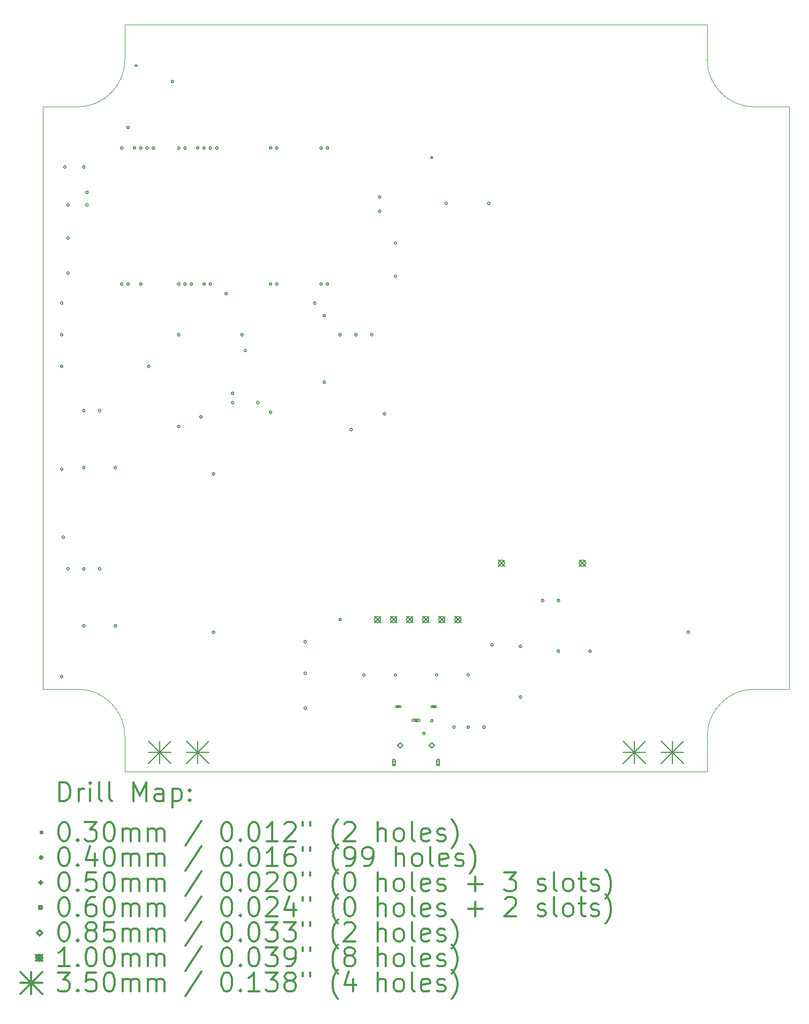
<source format=gbr>
%FSLAX45Y45*%
G04 Gerber Fmt 4.5, Leading zero omitted, Abs format (unit mm)*
G04 Created by KiCad (PCBNEW 4.0.7-e2-6376~61~ubuntu18.04.1) date Thu Aug  9 16:35:48 2018*
%MOMM*%
%LPD*%
G01*
G04 APERTURE LIST*
%ADD10C,0.127000*%
%ADD11C,0.100000*%
%ADD12C,0.200000*%
%ADD13C,0.300000*%
G04 APERTURE END LIST*
D10*
D11*
X20100000Y-2650000D02*
G75*
G03X20850000Y-3400000I750000J0D01*
G01*
X20850000Y-12600000D02*
G75*
G03X20100000Y-13350000I0J-750000D01*
G01*
X10900000Y-13350000D02*
G75*
G03X10150000Y-12600000I-750000J0D01*
G01*
X10150000Y-3400000D02*
G75*
G03X10900000Y-2650000I0J750000D01*
G01*
X20100000Y-13350000D02*
X20100000Y-13900000D01*
X21400000Y-12600000D02*
X20850000Y-12600000D01*
X21400000Y-3400000D02*
X21400000Y-12600000D01*
X20850000Y-3400000D02*
X21400000Y-3400000D01*
X20100000Y-2100000D02*
X20100000Y-2650000D01*
X10900000Y-2100000D02*
X20100000Y-2100000D01*
X10900000Y-2650000D02*
X10900000Y-2100000D01*
X9600000Y-3400000D02*
X10150000Y-3400000D01*
X9600000Y-12600000D02*
X9600000Y-3400000D01*
X10150000Y-12600000D02*
X9600000Y-12600000D01*
X10900000Y-13900000D02*
X10900000Y-13350000D01*
X10900000Y-13900000D02*
X20100000Y-13900000D01*
D12*
X11060000Y-2735000D02*
X11090000Y-2765000D01*
X11090000Y-2735000D02*
X11060000Y-2765000D01*
X15735000Y-4185000D02*
X15765000Y-4215000D01*
X15765000Y-4185000D02*
X15735000Y-4215000D01*
X9920000Y-6500000D02*
G75*
G03X9920000Y-6500000I-20000J0D01*
G01*
X9920000Y-7000000D02*
G75*
G03X9920000Y-7000000I-20000J0D01*
G01*
X9920000Y-7500000D02*
G75*
G03X9920000Y-7500000I-20000J0D01*
G01*
X9920000Y-9125000D02*
G75*
G03X9920000Y-9125000I-20000J0D01*
G01*
X9920000Y-12400000D02*
G75*
G03X9920000Y-12400000I-20000J0D01*
G01*
X9945000Y-10200000D02*
G75*
G03X9945000Y-10200000I-20000J0D01*
G01*
X9970000Y-4350000D02*
G75*
G03X9970000Y-4350000I-20000J0D01*
G01*
X10020000Y-4950000D02*
G75*
G03X10020000Y-4950000I-20000J0D01*
G01*
X10020000Y-5475000D02*
G75*
G03X10020000Y-5475000I-20000J0D01*
G01*
X10020000Y-6025000D02*
G75*
G03X10020000Y-6025000I-20000J0D01*
G01*
X10020000Y-10700000D02*
G75*
G03X10020000Y-10700000I-20000J0D01*
G01*
X10270000Y-4350000D02*
G75*
G03X10270000Y-4350000I-20000J0D01*
G01*
X10270000Y-8200000D02*
G75*
G03X10270000Y-8200000I-20000J0D01*
G01*
X10270000Y-9100000D02*
G75*
G03X10270000Y-9100000I-20000J0D01*
G01*
X10270000Y-10700000D02*
G75*
G03X10270000Y-10700000I-20000J0D01*
G01*
X10270000Y-11600000D02*
G75*
G03X10270000Y-11600000I-20000J0D01*
G01*
X10320000Y-4750000D02*
G75*
G03X10320000Y-4750000I-20000J0D01*
G01*
X10320000Y-4950000D02*
G75*
G03X10320000Y-4950000I-20000J0D01*
G01*
X10520000Y-8200000D02*
G75*
G03X10520000Y-8200000I-20000J0D01*
G01*
X10520000Y-10700000D02*
G75*
G03X10520000Y-10700000I-20000J0D01*
G01*
X10770000Y-9100000D02*
G75*
G03X10770000Y-9100000I-20000J0D01*
G01*
X10770000Y-11600000D02*
G75*
G03X10770000Y-11600000I-20000J0D01*
G01*
X10870000Y-4050000D02*
G75*
G03X10870000Y-4050000I-20000J0D01*
G01*
X10870000Y-6200000D02*
G75*
G03X10870000Y-6200000I-20000J0D01*
G01*
X10970000Y-3725000D02*
G75*
G03X10970000Y-3725000I-20000J0D01*
G01*
X10970000Y-6200000D02*
G75*
G03X10970000Y-6200000I-20000J0D01*
G01*
X11070000Y-4050000D02*
G75*
G03X11070000Y-4050000I-20000J0D01*
G01*
X11170000Y-4050000D02*
G75*
G03X11170000Y-4050000I-20000J0D01*
G01*
X11170000Y-6200000D02*
G75*
G03X11170000Y-6200000I-20000J0D01*
G01*
X11270000Y-4050000D02*
G75*
G03X11270000Y-4050000I-20000J0D01*
G01*
X11295000Y-7500000D02*
G75*
G03X11295000Y-7500000I-20000J0D01*
G01*
X11370000Y-4050000D02*
G75*
G03X11370000Y-4050000I-20000J0D01*
G01*
X11670000Y-3000000D02*
G75*
G03X11670000Y-3000000I-20000J0D01*
G01*
X11770000Y-4050000D02*
G75*
G03X11770000Y-4050000I-20000J0D01*
G01*
X11770000Y-6200000D02*
G75*
G03X11770000Y-6200000I-20000J0D01*
G01*
X11770000Y-7000000D02*
G75*
G03X11770000Y-7000000I-20000J0D01*
G01*
X11770000Y-8450000D02*
G75*
G03X11770000Y-8450000I-20000J0D01*
G01*
X11870000Y-4050000D02*
G75*
G03X11870000Y-4050000I-20000J0D01*
G01*
X11870000Y-6200000D02*
G75*
G03X11870000Y-6200000I-20000J0D01*
G01*
X11970000Y-6200000D02*
G75*
G03X11970000Y-6200000I-20000J0D01*
G01*
X12070000Y-4050000D02*
G75*
G03X12070000Y-4050000I-20000J0D01*
G01*
X12120000Y-8300000D02*
G75*
G03X12120000Y-8300000I-20000J0D01*
G01*
X12170000Y-4050000D02*
G75*
G03X12170000Y-4050000I-20000J0D01*
G01*
X12170000Y-6200000D02*
G75*
G03X12170000Y-6200000I-20000J0D01*
G01*
X12270000Y-4050000D02*
G75*
G03X12270000Y-4050000I-20000J0D01*
G01*
X12270000Y-6200000D02*
G75*
G03X12270000Y-6200000I-20000J0D01*
G01*
X12320000Y-9200000D02*
G75*
G03X12320000Y-9200000I-20000J0D01*
G01*
X12320000Y-11700000D02*
G75*
G03X12320000Y-11700000I-20000J0D01*
G01*
X12370000Y-4050000D02*
G75*
G03X12370000Y-4050000I-20000J0D01*
G01*
X12520000Y-6350000D02*
G75*
G03X12520000Y-6350000I-20000J0D01*
G01*
X12620000Y-7925000D02*
G75*
G03X12620000Y-7925000I-20000J0D01*
G01*
X12620000Y-8075000D02*
G75*
G03X12620000Y-8075000I-20000J0D01*
G01*
X12770000Y-7000000D02*
G75*
G03X12770000Y-7000000I-20000J0D01*
G01*
X12820000Y-7250000D02*
G75*
G03X12820000Y-7250000I-20000J0D01*
G01*
X13020000Y-8075000D02*
G75*
G03X13020000Y-8075000I-20000J0D01*
G01*
X13220000Y-4050000D02*
G75*
G03X13220000Y-4050000I-20000J0D01*
G01*
X13220000Y-6200000D02*
G75*
G03X13220000Y-6200000I-20000J0D01*
G01*
X13220000Y-8225000D02*
G75*
G03X13220000Y-8225000I-20000J0D01*
G01*
X13320000Y-4050000D02*
G75*
G03X13320000Y-4050000I-20000J0D01*
G01*
X13320000Y-6200000D02*
G75*
G03X13320000Y-6200000I-20000J0D01*
G01*
X13770000Y-11850000D02*
G75*
G03X13770000Y-11850000I-20000J0D01*
G01*
X13770000Y-12350000D02*
G75*
G03X13770000Y-12350000I-20000J0D01*
G01*
X13770000Y-12900000D02*
G75*
G03X13770000Y-12900000I-20000J0D01*
G01*
X13920000Y-6500000D02*
G75*
G03X13920000Y-6500000I-20000J0D01*
G01*
X14020000Y-4050000D02*
G75*
G03X14020000Y-4050000I-20000J0D01*
G01*
X14020000Y-6200000D02*
G75*
G03X14020000Y-6200000I-20000J0D01*
G01*
X14070000Y-6700000D02*
G75*
G03X14070000Y-6700000I-20000J0D01*
G01*
X14070000Y-7750000D02*
G75*
G03X14070000Y-7750000I-20000J0D01*
G01*
X14120000Y-4050000D02*
G75*
G03X14120000Y-4050000I-20000J0D01*
G01*
X14120000Y-6200000D02*
G75*
G03X14120000Y-6200000I-20000J0D01*
G01*
X14320000Y-7000000D02*
G75*
G03X14320000Y-7000000I-20000J0D01*
G01*
X14320000Y-11500000D02*
G75*
G03X14320000Y-11500000I-20000J0D01*
G01*
X14495000Y-8500000D02*
G75*
G03X14495000Y-8500000I-20000J0D01*
G01*
X14570000Y-7000000D02*
G75*
G03X14570000Y-7000000I-20000J0D01*
G01*
X14695000Y-12375000D02*
G75*
G03X14695000Y-12375000I-20000J0D01*
G01*
X14820000Y-7000000D02*
G75*
G03X14820000Y-7000000I-20000J0D01*
G01*
X14945000Y-4825000D02*
G75*
G03X14945000Y-4825000I-20000J0D01*
G01*
X14945000Y-5050000D02*
G75*
G03X14945000Y-5050000I-20000J0D01*
G01*
X15020000Y-8250000D02*
G75*
G03X15020000Y-8250000I-20000J0D01*
G01*
X15195000Y-5550000D02*
G75*
G03X15195000Y-5550000I-20000J0D01*
G01*
X15195000Y-6075000D02*
G75*
G03X15195000Y-6075000I-20000J0D01*
G01*
X15195000Y-12375000D02*
G75*
G03X15195000Y-12375000I-20000J0D01*
G01*
X15645000Y-13300000D02*
G75*
G03X15645000Y-13300000I-20000J0D01*
G01*
X15770000Y-13100000D02*
G75*
G03X15770000Y-13100000I-20000J0D01*
G01*
X15845000Y-12375000D02*
G75*
G03X15845000Y-12375000I-20000J0D01*
G01*
X15995000Y-4925000D02*
G75*
G03X15995000Y-4925000I-20000J0D01*
G01*
X16120000Y-13200000D02*
G75*
G03X16120000Y-13200000I-20000J0D01*
G01*
X16345000Y-12375000D02*
G75*
G03X16345000Y-12375000I-20000J0D01*
G01*
X16345000Y-13200000D02*
G75*
G03X16345000Y-13200000I-20000J0D01*
G01*
X16595000Y-13200000D02*
G75*
G03X16595000Y-13200000I-20000J0D01*
G01*
X16670000Y-4925000D02*
G75*
G03X16670000Y-4925000I-20000J0D01*
G01*
X16720000Y-11900000D02*
G75*
G03X16720000Y-11900000I-20000J0D01*
G01*
X17170000Y-11925000D02*
G75*
G03X17170000Y-11925000I-20000J0D01*
G01*
X17170000Y-12725000D02*
G75*
G03X17170000Y-12725000I-20000J0D01*
G01*
X17520000Y-11200000D02*
G75*
G03X17520000Y-11200000I-20000J0D01*
G01*
X17770000Y-11200000D02*
G75*
G03X17770000Y-11200000I-20000J0D01*
G01*
X17770000Y-12000000D02*
G75*
G03X17770000Y-12000000I-20000J0D01*
G01*
X18270000Y-12000000D02*
G75*
G03X18270000Y-12000000I-20000J0D01*
G01*
X19820000Y-11700000D02*
G75*
G03X19820000Y-11700000I-20000J0D01*
G01*
X15220000Y-12850000D02*
X15220000Y-12900000D01*
X15195000Y-12875000D02*
X15245000Y-12875000D01*
X15185000Y-12890000D02*
X15255000Y-12890000D01*
X15185000Y-12860000D02*
X15255000Y-12860000D01*
X15255000Y-12890000D02*
G75*
G03X15255000Y-12860000I0J15000D01*
G01*
X15185000Y-12860000D02*
G75*
G03X15185000Y-12890000I0J-15000D01*
G01*
X15500000Y-13065000D02*
X15500000Y-13115000D01*
X15475000Y-13090000D02*
X15525000Y-13090000D01*
X15445000Y-13105000D02*
X15555000Y-13105000D01*
X15445000Y-13075000D02*
X15555000Y-13075000D01*
X15555000Y-13105000D02*
G75*
G03X15555000Y-13075000I0J15000D01*
G01*
X15445000Y-13075000D02*
G75*
G03X15445000Y-13105000I0J-15000D01*
G01*
X15780000Y-12850000D02*
X15780000Y-12900000D01*
X15755000Y-12875000D02*
X15805000Y-12875000D01*
X15745000Y-12890000D02*
X15815000Y-12890000D01*
X15745000Y-12860000D02*
X15815000Y-12860000D01*
X15815000Y-12890000D02*
G75*
G03X15815000Y-12860000I0J15000D01*
G01*
X15745000Y-12860000D02*
G75*
G03X15745000Y-12890000I0J-15000D01*
G01*
X15171213Y-13781213D02*
X15171213Y-13738787D01*
X15128787Y-13738787D01*
X15128787Y-13781213D01*
X15171213Y-13781213D01*
X15170000Y-13795000D02*
X15170000Y-13725000D01*
X15130000Y-13795000D02*
X15130000Y-13725000D01*
X15170000Y-13725000D02*
G75*
G03X15130000Y-13725000I-20000J0D01*
G01*
X15130000Y-13795000D02*
G75*
G03X15170000Y-13795000I20000J0D01*
G01*
X15871213Y-13781213D02*
X15871213Y-13738787D01*
X15828787Y-13738787D01*
X15828787Y-13781213D01*
X15871213Y-13781213D01*
X15830000Y-13725000D02*
X15830000Y-13795000D01*
X15870000Y-13725000D02*
X15870000Y-13795000D01*
X15830000Y-13795000D02*
G75*
G03X15870000Y-13795000I20000J0D01*
G01*
X15870000Y-13725000D02*
G75*
G03X15830000Y-13725000I-20000J0D01*
G01*
X15250000Y-13532500D02*
X15292500Y-13490000D01*
X15250000Y-13447500D01*
X15207500Y-13490000D01*
X15250000Y-13532500D01*
X15750000Y-13532500D02*
X15792500Y-13490000D01*
X15750000Y-13447500D01*
X15707500Y-13490000D01*
X15750000Y-13532500D01*
X14842000Y-11450000D02*
X14942000Y-11550000D01*
X14942000Y-11450000D02*
X14842000Y-11550000D01*
X14942000Y-11500000D02*
G75*
G03X14942000Y-11500000I-50000J0D01*
G01*
X15096000Y-11450000D02*
X15196000Y-11550000D01*
X15196000Y-11450000D02*
X15096000Y-11550000D01*
X15196000Y-11500000D02*
G75*
G03X15196000Y-11500000I-50000J0D01*
G01*
X15350000Y-11450000D02*
X15450000Y-11550000D01*
X15450000Y-11450000D02*
X15350000Y-11550000D01*
X15450000Y-11500000D02*
G75*
G03X15450000Y-11500000I-50000J0D01*
G01*
X15604000Y-11450000D02*
X15704000Y-11550000D01*
X15704000Y-11450000D02*
X15604000Y-11550000D01*
X15704000Y-11500000D02*
G75*
G03X15704000Y-11500000I-50000J0D01*
G01*
X15858000Y-11450000D02*
X15958000Y-11550000D01*
X15958000Y-11450000D02*
X15858000Y-11550000D01*
X15958000Y-11500000D02*
G75*
G03X15958000Y-11500000I-50000J0D01*
G01*
X16112000Y-11450000D02*
X16212000Y-11550000D01*
X16212000Y-11450000D02*
X16112000Y-11550000D01*
X16212000Y-11500000D02*
G75*
G03X16212000Y-11500000I-50000J0D01*
G01*
X16800000Y-10560000D02*
X16900000Y-10660000D01*
X16900000Y-10560000D02*
X16800000Y-10660000D01*
X16900000Y-10610000D02*
G75*
G03X16900000Y-10610000I-50000J0D01*
G01*
X18080000Y-10560000D02*
X18180000Y-10660000D01*
X18180000Y-10560000D02*
X18080000Y-10660000D01*
X18180000Y-10610000D02*
G75*
G03X18180000Y-10610000I-50000J0D01*
G01*
X11275000Y-13425000D02*
X11625000Y-13775000D01*
X11625000Y-13425000D02*
X11275000Y-13775000D01*
X11450000Y-13425000D02*
X11450000Y-13775000D01*
X11275000Y-13600000D02*
X11625000Y-13600000D01*
X11875000Y-13425000D02*
X12225000Y-13775000D01*
X12225000Y-13425000D02*
X11875000Y-13775000D01*
X12050000Y-13425000D02*
X12050000Y-13775000D01*
X11875000Y-13600000D02*
X12225000Y-13600000D01*
X18775000Y-13425000D02*
X19125000Y-13775000D01*
X19125000Y-13425000D02*
X18775000Y-13775000D01*
X18950000Y-13425000D02*
X18950000Y-13775000D01*
X18775000Y-13600000D02*
X19125000Y-13600000D01*
X19375000Y-13425000D02*
X19725000Y-13775000D01*
X19725000Y-13425000D02*
X19375000Y-13775000D01*
X19550000Y-13425000D02*
X19550000Y-13775000D01*
X19375000Y-13600000D02*
X19725000Y-13600000D01*
D13*
X9866429Y-14370714D02*
X9866429Y-14070714D01*
X9937857Y-14070714D01*
X9980714Y-14085000D01*
X10009286Y-14113571D01*
X10023571Y-14142143D01*
X10037857Y-14199286D01*
X10037857Y-14242143D01*
X10023571Y-14299286D01*
X10009286Y-14327857D01*
X9980714Y-14356429D01*
X9937857Y-14370714D01*
X9866429Y-14370714D01*
X10166429Y-14370714D02*
X10166429Y-14170714D01*
X10166429Y-14227857D02*
X10180714Y-14199286D01*
X10195000Y-14185000D01*
X10223571Y-14170714D01*
X10252143Y-14170714D01*
X10352143Y-14370714D02*
X10352143Y-14170714D01*
X10352143Y-14070714D02*
X10337857Y-14085000D01*
X10352143Y-14099286D01*
X10366429Y-14085000D01*
X10352143Y-14070714D01*
X10352143Y-14099286D01*
X10537857Y-14370714D02*
X10509286Y-14356429D01*
X10495000Y-14327857D01*
X10495000Y-14070714D01*
X10695000Y-14370714D02*
X10666429Y-14356429D01*
X10652143Y-14327857D01*
X10652143Y-14070714D01*
X11037857Y-14370714D02*
X11037857Y-14070714D01*
X11137857Y-14285000D01*
X11237857Y-14070714D01*
X11237857Y-14370714D01*
X11509286Y-14370714D02*
X11509286Y-14213571D01*
X11495000Y-14185000D01*
X11466428Y-14170714D01*
X11409286Y-14170714D01*
X11380714Y-14185000D01*
X11509286Y-14356429D02*
X11480714Y-14370714D01*
X11409286Y-14370714D01*
X11380714Y-14356429D01*
X11366428Y-14327857D01*
X11366428Y-14299286D01*
X11380714Y-14270714D01*
X11409286Y-14256429D01*
X11480714Y-14256429D01*
X11509286Y-14242143D01*
X11652143Y-14170714D02*
X11652143Y-14470714D01*
X11652143Y-14185000D02*
X11680714Y-14170714D01*
X11737857Y-14170714D01*
X11766428Y-14185000D01*
X11780714Y-14199286D01*
X11795000Y-14227857D01*
X11795000Y-14313571D01*
X11780714Y-14342143D01*
X11766428Y-14356429D01*
X11737857Y-14370714D01*
X11680714Y-14370714D01*
X11652143Y-14356429D01*
X11923571Y-14342143D02*
X11937857Y-14356429D01*
X11923571Y-14370714D01*
X11909286Y-14356429D01*
X11923571Y-14342143D01*
X11923571Y-14370714D01*
X11923571Y-14185000D02*
X11937857Y-14199286D01*
X11923571Y-14213571D01*
X11909286Y-14199286D01*
X11923571Y-14185000D01*
X11923571Y-14213571D01*
X9565000Y-14850000D02*
X9595000Y-14880000D01*
X9595000Y-14850000D02*
X9565000Y-14880000D01*
X9923571Y-14700714D02*
X9952143Y-14700714D01*
X9980714Y-14715000D01*
X9995000Y-14729286D01*
X10009286Y-14757857D01*
X10023571Y-14815000D01*
X10023571Y-14886429D01*
X10009286Y-14943571D01*
X9995000Y-14972143D01*
X9980714Y-14986429D01*
X9952143Y-15000714D01*
X9923571Y-15000714D01*
X9895000Y-14986429D01*
X9880714Y-14972143D01*
X9866429Y-14943571D01*
X9852143Y-14886429D01*
X9852143Y-14815000D01*
X9866429Y-14757857D01*
X9880714Y-14729286D01*
X9895000Y-14715000D01*
X9923571Y-14700714D01*
X10152143Y-14972143D02*
X10166429Y-14986429D01*
X10152143Y-15000714D01*
X10137857Y-14986429D01*
X10152143Y-14972143D01*
X10152143Y-15000714D01*
X10266428Y-14700714D02*
X10452143Y-14700714D01*
X10352143Y-14815000D01*
X10395000Y-14815000D01*
X10423571Y-14829286D01*
X10437857Y-14843571D01*
X10452143Y-14872143D01*
X10452143Y-14943571D01*
X10437857Y-14972143D01*
X10423571Y-14986429D01*
X10395000Y-15000714D01*
X10309286Y-15000714D01*
X10280714Y-14986429D01*
X10266428Y-14972143D01*
X10637857Y-14700714D02*
X10666429Y-14700714D01*
X10695000Y-14715000D01*
X10709286Y-14729286D01*
X10723571Y-14757857D01*
X10737857Y-14815000D01*
X10737857Y-14886429D01*
X10723571Y-14943571D01*
X10709286Y-14972143D01*
X10695000Y-14986429D01*
X10666429Y-15000714D01*
X10637857Y-15000714D01*
X10609286Y-14986429D01*
X10595000Y-14972143D01*
X10580714Y-14943571D01*
X10566429Y-14886429D01*
X10566429Y-14815000D01*
X10580714Y-14757857D01*
X10595000Y-14729286D01*
X10609286Y-14715000D01*
X10637857Y-14700714D01*
X10866429Y-15000714D02*
X10866429Y-14800714D01*
X10866429Y-14829286D02*
X10880714Y-14815000D01*
X10909286Y-14800714D01*
X10952143Y-14800714D01*
X10980714Y-14815000D01*
X10995000Y-14843571D01*
X10995000Y-15000714D01*
X10995000Y-14843571D02*
X11009286Y-14815000D01*
X11037857Y-14800714D01*
X11080714Y-14800714D01*
X11109286Y-14815000D01*
X11123571Y-14843571D01*
X11123571Y-15000714D01*
X11266428Y-15000714D02*
X11266428Y-14800714D01*
X11266428Y-14829286D02*
X11280714Y-14815000D01*
X11309286Y-14800714D01*
X11352143Y-14800714D01*
X11380714Y-14815000D01*
X11395000Y-14843571D01*
X11395000Y-15000714D01*
X11395000Y-14843571D02*
X11409286Y-14815000D01*
X11437857Y-14800714D01*
X11480714Y-14800714D01*
X11509286Y-14815000D01*
X11523571Y-14843571D01*
X11523571Y-15000714D01*
X12109286Y-14686429D02*
X11852143Y-15072143D01*
X12495000Y-14700714D02*
X12523571Y-14700714D01*
X12552143Y-14715000D01*
X12566428Y-14729286D01*
X12580714Y-14757857D01*
X12595000Y-14815000D01*
X12595000Y-14886429D01*
X12580714Y-14943571D01*
X12566428Y-14972143D01*
X12552143Y-14986429D01*
X12523571Y-15000714D01*
X12495000Y-15000714D01*
X12466428Y-14986429D01*
X12452143Y-14972143D01*
X12437857Y-14943571D01*
X12423571Y-14886429D01*
X12423571Y-14815000D01*
X12437857Y-14757857D01*
X12452143Y-14729286D01*
X12466428Y-14715000D01*
X12495000Y-14700714D01*
X12723571Y-14972143D02*
X12737857Y-14986429D01*
X12723571Y-15000714D01*
X12709286Y-14986429D01*
X12723571Y-14972143D01*
X12723571Y-15000714D01*
X12923571Y-14700714D02*
X12952143Y-14700714D01*
X12980714Y-14715000D01*
X12995000Y-14729286D01*
X13009285Y-14757857D01*
X13023571Y-14815000D01*
X13023571Y-14886429D01*
X13009285Y-14943571D01*
X12995000Y-14972143D01*
X12980714Y-14986429D01*
X12952143Y-15000714D01*
X12923571Y-15000714D01*
X12895000Y-14986429D01*
X12880714Y-14972143D01*
X12866428Y-14943571D01*
X12852143Y-14886429D01*
X12852143Y-14815000D01*
X12866428Y-14757857D01*
X12880714Y-14729286D01*
X12895000Y-14715000D01*
X12923571Y-14700714D01*
X13309285Y-15000714D02*
X13137857Y-15000714D01*
X13223571Y-15000714D02*
X13223571Y-14700714D01*
X13195000Y-14743571D01*
X13166428Y-14772143D01*
X13137857Y-14786429D01*
X13423571Y-14729286D02*
X13437857Y-14715000D01*
X13466428Y-14700714D01*
X13537857Y-14700714D01*
X13566428Y-14715000D01*
X13580714Y-14729286D01*
X13595000Y-14757857D01*
X13595000Y-14786429D01*
X13580714Y-14829286D01*
X13409285Y-15000714D01*
X13595000Y-15000714D01*
X13709286Y-14700714D02*
X13709286Y-14757857D01*
X13823571Y-14700714D02*
X13823571Y-14757857D01*
X14266428Y-15115000D02*
X14252143Y-15100714D01*
X14223571Y-15057857D01*
X14209285Y-15029286D01*
X14195000Y-14986429D01*
X14180714Y-14915000D01*
X14180714Y-14857857D01*
X14195000Y-14786429D01*
X14209285Y-14743571D01*
X14223571Y-14715000D01*
X14252143Y-14672143D01*
X14266428Y-14657857D01*
X14366428Y-14729286D02*
X14380714Y-14715000D01*
X14409285Y-14700714D01*
X14480714Y-14700714D01*
X14509285Y-14715000D01*
X14523571Y-14729286D01*
X14537857Y-14757857D01*
X14537857Y-14786429D01*
X14523571Y-14829286D01*
X14352143Y-15000714D01*
X14537857Y-15000714D01*
X14895000Y-15000714D02*
X14895000Y-14700714D01*
X15023571Y-15000714D02*
X15023571Y-14843571D01*
X15009285Y-14815000D01*
X14980714Y-14800714D01*
X14937857Y-14800714D01*
X14909285Y-14815000D01*
X14895000Y-14829286D01*
X15209285Y-15000714D02*
X15180714Y-14986429D01*
X15166428Y-14972143D01*
X15152143Y-14943571D01*
X15152143Y-14857857D01*
X15166428Y-14829286D01*
X15180714Y-14815000D01*
X15209285Y-14800714D01*
X15252143Y-14800714D01*
X15280714Y-14815000D01*
X15295000Y-14829286D01*
X15309285Y-14857857D01*
X15309285Y-14943571D01*
X15295000Y-14972143D01*
X15280714Y-14986429D01*
X15252143Y-15000714D01*
X15209285Y-15000714D01*
X15480714Y-15000714D02*
X15452143Y-14986429D01*
X15437857Y-14957857D01*
X15437857Y-14700714D01*
X15709286Y-14986429D02*
X15680714Y-15000714D01*
X15623571Y-15000714D01*
X15595000Y-14986429D01*
X15580714Y-14957857D01*
X15580714Y-14843571D01*
X15595000Y-14815000D01*
X15623571Y-14800714D01*
X15680714Y-14800714D01*
X15709286Y-14815000D01*
X15723571Y-14843571D01*
X15723571Y-14872143D01*
X15580714Y-14900714D01*
X15837857Y-14986429D02*
X15866428Y-15000714D01*
X15923571Y-15000714D01*
X15952143Y-14986429D01*
X15966428Y-14957857D01*
X15966428Y-14943571D01*
X15952143Y-14915000D01*
X15923571Y-14900714D01*
X15880714Y-14900714D01*
X15852143Y-14886429D01*
X15837857Y-14857857D01*
X15837857Y-14843571D01*
X15852143Y-14815000D01*
X15880714Y-14800714D01*
X15923571Y-14800714D01*
X15952143Y-14815000D01*
X16066428Y-15115000D02*
X16080714Y-15100714D01*
X16109286Y-15057857D01*
X16123571Y-15029286D01*
X16137857Y-14986429D01*
X16152143Y-14915000D01*
X16152143Y-14857857D01*
X16137857Y-14786429D01*
X16123571Y-14743571D01*
X16109286Y-14715000D01*
X16080714Y-14672143D01*
X16066428Y-14657857D01*
X9595000Y-15261000D02*
G75*
G03X9595000Y-15261000I-20000J0D01*
G01*
X9923571Y-15096714D02*
X9952143Y-15096714D01*
X9980714Y-15111000D01*
X9995000Y-15125286D01*
X10009286Y-15153857D01*
X10023571Y-15211000D01*
X10023571Y-15282429D01*
X10009286Y-15339571D01*
X9995000Y-15368143D01*
X9980714Y-15382429D01*
X9952143Y-15396714D01*
X9923571Y-15396714D01*
X9895000Y-15382429D01*
X9880714Y-15368143D01*
X9866429Y-15339571D01*
X9852143Y-15282429D01*
X9852143Y-15211000D01*
X9866429Y-15153857D01*
X9880714Y-15125286D01*
X9895000Y-15111000D01*
X9923571Y-15096714D01*
X10152143Y-15368143D02*
X10166429Y-15382429D01*
X10152143Y-15396714D01*
X10137857Y-15382429D01*
X10152143Y-15368143D01*
X10152143Y-15396714D01*
X10423571Y-15196714D02*
X10423571Y-15396714D01*
X10352143Y-15082429D02*
X10280714Y-15296714D01*
X10466428Y-15296714D01*
X10637857Y-15096714D02*
X10666429Y-15096714D01*
X10695000Y-15111000D01*
X10709286Y-15125286D01*
X10723571Y-15153857D01*
X10737857Y-15211000D01*
X10737857Y-15282429D01*
X10723571Y-15339571D01*
X10709286Y-15368143D01*
X10695000Y-15382429D01*
X10666429Y-15396714D01*
X10637857Y-15396714D01*
X10609286Y-15382429D01*
X10595000Y-15368143D01*
X10580714Y-15339571D01*
X10566429Y-15282429D01*
X10566429Y-15211000D01*
X10580714Y-15153857D01*
X10595000Y-15125286D01*
X10609286Y-15111000D01*
X10637857Y-15096714D01*
X10866429Y-15396714D02*
X10866429Y-15196714D01*
X10866429Y-15225286D02*
X10880714Y-15211000D01*
X10909286Y-15196714D01*
X10952143Y-15196714D01*
X10980714Y-15211000D01*
X10995000Y-15239571D01*
X10995000Y-15396714D01*
X10995000Y-15239571D02*
X11009286Y-15211000D01*
X11037857Y-15196714D01*
X11080714Y-15196714D01*
X11109286Y-15211000D01*
X11123571Y-15239571D01*
X11123571Y-15396714D01*
X11266428Y-15396714D02*
X11266428Y-15196714D01*
X11266428Y-15225286D02*
X11280714Y-15211000D01*
X11309286Y-15196714D01*
X11352143Y-15196714D01*
X11380714Y-15211000D01*
X11395000Y-15239571D01*
X11395000Y-15396714D01*
X11395000Y-15239571D02*
X11409286Y-15211000D01*
X11437857Y-15196714D01*
X11480714Y-15196714D01*
X11509286Y-15211000D01*
X11523571Y-15239571D01*
X11523571Y-15396714D01*
X12109286Y-15082429D02*
X11852143Y-15468143D01*
X12495000Y-15096714D02*
X12523571Y-15096714D01*
X12552143Y-15111000D01*
X12566428Y-15125286D01*
X12580714Y-15153857D01*
X12595000Y-15211000D01*
X12595000Y-15282429D01*
X12580714Y-15339571D01*
X12566428Y-15368143D01*
X12552143Y-15382429D01*
X12523571Y-15396714D01*
X12495000Y-15396714D01*
X12466428Y-15382429D01*
X12452143Y-15368143D01*
X12437857Y-15339571D01*
X12423571Y-15282429D01*
X12423571Y-15211000D01*
X12437857Y-15153857D01*
X12452143Y-15125286D01*
X12466428Y-15111000D01*
X12495000Y-15096714D01*
X12723571Y-15368143D02*
X12737857Y-15382429D01*
X12723571Y-15396714D01*
X12709286Y-15382429D01*
X12723571Y-15368143D01*
X12723571Y-15396714D01*
X12923571Y-15096714D02*
X12952143Y-15096714D01*
X12980714Y-15111000D01*
X12995000Y-15125286D01*
X13009285Y-15153857D01*
X13023571Y-15211000D01*
X13023571Y-15282429D01*
X13009285Y-15339571D01*
X12995000Y-15368143D01*
X12980714Y-15382429D01*
X12952143Y-15396714D01*
X12923571Y-15396714D01*
X12895000Y-15382429D01*
X12880714Y-15368143D01*
X12866428Y-15339571D01*
X12852143Y-15282429D01*
X12852143Y-15211000D01*
X12866428Y-15153857D01*
X12880714Y-15125286D01*
X12895000Y-15111000D01*
X12923571Y-15096714D01*
X13309285Y-15396714D02*
X13137857Y-15396714D01*
X13223571Y-15396714D02*
X13223571Y-15096714D01*
X13195000Y-15139571D01*
X13166428Y-15168143D01*
X13137857Y-15182429D01*
X13566428Y-15096714D02*
X13509285Y-15096714D01*
X13480714Y-15111000D01*
X13466428Y-15125286D01*
X13437857Y-15168143D01*
X13423571Y-15225286D01*
X13423571Y-15339571D01*
X13437857Y-15368143D01*
X13452143Y-15382429D01*
X13480714Y-15396714D01*
X13537857Y-15396714D01*
X13566428Y-15382429D01*
X13580714Y-15368143D01*
X13595000Y-15339571D01*
X13595000Y-15268143D01*
X13580714Y-15239571D01*
X13566428Y-15225286D01*
X13537857Y-15211000D01*
X13480714Y-15211000D01*
X13452143Y-15225286D01*
X13437857Y-15239571D01*
X13423571Y-15268143D01*
X13709286Y-15096714D02*
X13709286Y-15153857D01*
X13823571Y-15096714D02*
X13823571Y-15153857D01*
X14266428Y-15511000D02*
X14252143Y-15496714D01*
X14223571Y-15453857D01*
X14209285Y-15425286D01*
X14195000Y-15382429D01*
X14180714Y-15311000D01*
X14180714Y-15253857D01*
X14195000Y-15182429D01*
X14209285Y-15139571D01*
X14223571Y-15111000D01*
X14252143Y-15068143D01*
X14266428Y-15053857D01*
X14395000Y-15396714D02*
X14452143Y-15396714D01*
X14480714Y-15382429D01*
X14495000Y-15368143D01*
X14523571Y-15325286D01*
X14537857Y-15268143D01*
X14537857Y-15153857D01*
X14523571Y-15125286D01*
X14509285Y-15111000D01*
X14480714Y-15096714D01*
X14423571Y-15096714D01*
X14395000Y-15111000D01*
X14380714Y-15125286D01*
X14366428Y-15153857D01*
X14366428Y-15225286D01*
X14380714Y-15253857D01*
X14395000Y-15268143D01*
X14423571Y-15282429D01*
X14480714Y-15282429D01*
X14509285Y-15268143D01*
X14523571Y-15253857D01*
X14537857Y-15225286D01*
X14680714Y-15396714D02*
X14737857Y-15396714D01*
X14766428Y-15382429D01*
X14780714Y-15368143D01*
X14809285Y-15325286D01*
X14823571Y-15268143D01*
X14823571Y-15153857D01*
X14809285Y-15125286D01*
X14795000Y-15111000D01*
X14766428Y-15096714D01*
X14709285Y-15096714D01*
X14680714Y-15111000D01*
X14666428Y-15125286D01*
X14652143Y-15153857D01*
X14652143Y-15225286D01*
X14666428Y-15253857D01*
X14680714Y-15268143D01*
X14709285Y-15282429D01*
X14766428Y-15282429D01*
X14795000Y-15268143D01*
X14809285Y-15253857D01*
X14823571Y-15225286D01*
X15180714Y-15396714D02*
X15180714Y-15096714D01*
X15309285Y-15396714D02*
X15309285Y-15239571D01*
X15295000Y-15211000D01*
X15266428Y-15196714D01*
X15223571Y-15196714D01*
X15195000Y-15211000D01*
X15180714Y-15225286D01*
X15495000Y-15396714D02*
X15466428Y-15382429D01*
X15452143Y-15368143D01*
X15437857Y-15339571D01*
X15437857Y-15253857D01*
X15452143Y-15225286D01*
X15466428Y-15211000D01*
X15495000Y-15196714D01*
X15537857Y-15196714D01*
X15566428Y-15211000D01*
X15580714Y-15225286D01*
X15595000Y-15253857D01*
X15595000Y-15339571D01*
X15580714Y-15368143D01*
X15566428Y-15382429D01*
X15537857Y-15396714D01*
X15495000Y-15396714D01*
X15766428Y-15396714D02*
X15737857Y-15382429D01*
X15723571Y-15353857D01*
X15723571Y-15096714D01*
X15995000Y-15382429D02*
X15966428Y-15396714D01*
X15909286Y-15396714D01*
X15880714Y-15382429D01*
X15866428Y-15353857D01*
X15866428Y-15239571D01*
X15880714Y-15211000D01*
X15909286Y-15196714D01*
X15966428Y-15196714D01*
X15995000Y-15211000D01*
X16009286Y-15239571D01*
X16009286Y-15268143D01*
X15866428Y-15296714D01*
X16123571Y-15382429D02*
X16152143Y-15396714D01*
X16209286Y-15396714D01*
X16237857Y-15382429D01*
X16252143Y-15353857D01*
X16252143Y-15339571D01*
X16237857Y-15311000D01*
X16209286Y-15296714D01*
X16166428Y-15296714D01*
X16137857Y-15282429D01*
X16123571Y-15253857D01*
X16123571Y-15239571D01*
X16137857Y-15211000D01*
X16166428Y-15196714D01*
X16209286Y-15196714D01*
X16237857Y-15211000D01*
X16352143Y-15511000D02*
X16366428Y-15496714D01*
X16395000Y-15453857D01*
X16409286Y-15425286D01*
X16423571Y-15382429D01*
X16437857Y-15311000D01*
X16437857Y-15253857D01*
X16423571Y-15182429D01*
X16409286Y-15139571D01*
X16395000Y-15111000D01*
X16366428Y-15068143D01*
X16352143Y-15053857D01*
X9570000Y-15632000D02*
X9570000Y-15682000D01*
X9545000Y-15657000D02*
X9595000Y-15657000D01*
X9923571Y-15492714D02*
X9952143Y-15492714D01*
X9980714Y-15507000D01*
X9995000Y-15521286D01*
X10009286Y-15549857D01*
X10023571Y-15607000D01*
X10023571Y-15678429D01*
X10009286Y-15735571D01*
X9995000Y-15764143D01*
X9980714Y-15778429D01*
X9952143Y-15792714D01*
X9923571Y-15792714D01*
X9895000Y-15778429D01*
X9880714Y-15764143D01*
X9866429Y-15735571D01*
X9852143Y-15678429D01*
X9852143Y-15607000D01*
X9866429Y-15549857D01*
X9880714Y-15521286D01*
X9895000Y-15507000D01*
X9923571Y-15492714D01*
X10152143Y-15764143D02*
X10166429Y-15778429D01*
X10152143Y-15792714D01*
X10137857Y-15778429D01*
X10152143Y-15764143D01*
X10152143Y-15792714D01*
X10437857Y-15492714D02*
X10295000Y-15492714D01*
X10280714Y-15635571D01*
X10295000Y-15621286D01*
X10323571Y-15607000D01*
X10395000Y-15607000D01*
X10423571Y-15621286D01*
X10437857Y-15635571D01*
X10452143Y-15664143D01*
X10452143Y-15735571D01*
X10437857Y-15764143D01*
X10423571Y-15778429D01*
X10395000Y-15792714D01*
X10323571Y-15792714D01*
X10295000Y-15778429D01*
X10280714Y-15764143D01*
X10637857Y-15492714D02*
X10666429Y-15492714D01*
X10695000Y-15507000D01*
X10709286Y-15521286D01*
X10723571Y-15549857D01*
X10737857Y-15607000D01*
X10737857Y-15678429D01*
X10723571Y-15735571D01*
X10709286Y-15764143D01*
X10695000Y-15778429D01*
X10666429Y-15792714D01*
X10637857Y-15792714D01*
X10609286Y-15778429D01*
X10595000Y-15764143D01*
X10580714Y-15735571D01*
X10566429Y-15678429D01*
X10566429Y-15607000D01*
X10580714Y-15549857D01*
X10595000Y-15521286D01*
X10609286Y-15507000D01*
X10637857Y-15492714D01*
X10866429Y-15792714D02*
X10866429Y-15592714D01*
X10866429Y-15621286D02*
X10880714Y-15607000D01*
X10909286Y-15592714D01*
X10952143Y-15592714D01*
X10980714Y-15607000D01*
X10995000Y-15635571D01*
X10995000Y-15792714D01*
X10995000Y-15635571D02*
X11009286Y-15607000D01*
X11037857Y-15592714D01*
X11080714Y-15592714D01*
X11109286Y-15607000D01*
X11123571Y-15635571D01*
X11123571Y-15792714D01*
X11266428Y-15792714D02*
X11266428Y-15592714D01*
X11266428Y-15621286D02*
X11280714Y-15607000D01*
X11309286Y-15592714D01*
X11352143Y-15592714D01*
X11380714Y-15607000D01*
X11395000Y-15635571D01*
X11395000Y-15792714D01*
X11395000Y-15635571D02*
X11409286Y-15607000D01*
X11437857Y-15592714D01*
X11480714Y-15592714D01*
X11509286Y-15607000D01*
X11523571Y-15635571D01*
X11523571Y-15792714D01*
X12109286Y-15478429D02*
X11852143Y-15864143D01*
X12495000Y-15492714D02*
X12523571Y-15492714D01*
X12552143Y-15507000D01*
X12566428Y-15521286D01*
X12580714Y-15549857D01*
X12595000Y-15607000D01*
X12595000Y-15678429D01*
X12580714Y-15735571D01*
X12566428Y-15764143D01*
X12552143Y-15778429D01*
X12523571Y-15792714D01*
X12495000Y-15792714D01*
X12466428Y-15778429D01*
X12452143Y-15764143D01*
X12437857Y-15735571D01*
X12423571Y-15678429D01*
X12423571Y-15607000D01*
X12437857Y-15549857D01*
X12452143Y-15521286D01*
X12466428Y-15507000D01*
X12495000Y-15492714D01*
X12723571Y-15764143D02*
X12737857Y-15778429D01*
X12723571Y-15792714D01*
X12709286Y-15778429D01*
X12723571Y-15764143D01*
X12723571Y-15792714D01*
X12923571Y-15492714D02*
X12952143Y-15492714D01*
X12980714Y-15507000D01*
X12995000Y-15521286D01*
X13009285Y-15549857D01*
X13023571Y-15607000D01*
X13023571Y-15678429D01*
X13009285Y-15735571D01*
X12995000Y-15764143D01*
X12980714Y-15778429D01*
X12952143Y-15792714D01*
X12923571Y-15792714D01*
X12895000Y-15778429D01*
X12880714Y-15764143D01*
X12866428Y-15735571D01*
X12852143Y-15678429D01*
X12852143Y-15607000D01*
X12866428Y-15549857D01*
X12880714Y-15521286D01*
X12895000Y-15507000D01*
X12923571Y-15492714D01*
X13137857Y-15521286D02*
X13152143Y-15507000D01*
X13180714Y-15492714D01*
X13252143Y-15492714D01*
X13280714Y-15507000D01*
X13295000Y-15521286D01*
X13309285Y-15549857D01*
X13309285Y-15578429D01*
X13295000Y-15621286D01*
X13123571Y-15792714D01*
X13309285Y-15792714D01*
X13495000Y-15492714D02*
X13523571Y-15492714D01*
X13552143Y-15507000D01*
X13566428Y-15521286D01*
X13580714Y-15549857D01*
X13595000Y-15607000D01*
X13595000Y-15678429D01*
X13580714Y-15735571D01*
X13566428Y-15764143D01*
X13552143Y-15778429D01*
X13523571Y-15792714D01*
X13495000Y-15792714D01*
X13466428Y-15778429D01*
X13452143Y-15764143D01*
X13437857Y-15735571D01*
X13423571Y-15678429D01*
X13423571Y-15607000D01*
X13437857Y-15549857D01*
X13452143Y-15521286D01*
X13466428Y-15507000D01*
X13495000Y-15492714D01*
X13709286Y-15492714D02*
X13709286Y-15549857D01*
X13823571Y-15492714D02*
X13823571Y-15549857D01*
X14266428Y-15907000D02*
X14252143Y-15892714D01*
X14223571Y-15849857D01*
X14209285Y-15821286D01*
X14195000Y-15778429D01*
X14180714Y-15707000D01*
X14180714Y-15649857D01*
X14195000Y-15578429D01*
X14209285Y-15535571D01*
X14223571Y-15507000D01*
X14252143Y-15464143D01*
X14266428Y-15449857D01*
X14437857Y-15492714D02*
X14466428Y-15492714D01*
X14495000Y-15507000D01*
X14509285Y-15521286D01*
X14523571Y-15549857D01*
X14537857Y-15607000D01*
X14537857Y-15678429D01*
X14523571Y-15735571D01*
X14509285Y-15764143D01*
X14495000Y-15778429D01*
X14466428Y-15792714D01*
X14437857Y-15792714D01*
X14409285Y-15778429D01*
X14395000Y-15764143D01*
X14380714Y-15735571D01*
X14366428Y-15678429D01*
X14366428Y-15607000D01*
X14380714Y-15549857D01*
X14395000Y-15521286D01*
X14409285Y-15507000D01*
X14437857Y-15492714D01*
X14895000Y-15792714D02*
X14895000Y-15492714D01*
X15023571Y-15792714D02*
X15023571Y-15635571D01*
X15009285Y-15607000D01*
X14980714Y-15592714D01*
X14937857Y-15592714D01*
X14909285Y-15607000D01*
X14895000Y-15621286D01*
X15209285Y-15792714D02*
X15180714Y-15778429D01*
X15166428Y-15764143D01*
X15152143Y-15735571D01*
X15152143Y-15649857D01*
X15166428Y-15621286D01*
X15180714Y-15607000D01*
X15209285Y-15592714D01*
X15252143Y-15592714D01*
X15280714Y-15607000D01*
X15295000Y-15621286D01*
X15309285Y-15649857D01*
X15309285Y-15735571D01*
X15295000Y-15764143D01*
X15280714Y-15778429D01*
X15252143Y-15792714D01*
X15209285Y-15792714D01*
X15480714Y-15792714D02*
X15452143Y-15778429D01*
X15437857Y-15749857D01*
X15437857Y-15492714D01*
X15709286Y-15778429D02*
X15680714Y-15792714D01*
X15623571Y-15792714D01*
X15595000Y-15778429D01*
X15580714Y-15749857D01*
X15580714Y-15635571D01*
X15595000Y-15607000D01*
X15623571Y-15592714D01*
X15680714Y-15592714D01*
X15709286Y-15607000D01*
X15723571Y-15635571D01*
X15723571Y-15664143D01*
X15580714Y-15692714D01*
X15837857Y-15778429D02*
X15866428Y-15792714D01*
X15923571Y-15792714D01*
X15952143Y-15778429D01*
X15966428Y-15749857D01*
X15966428Y-15735571D01*
X15952143Y-15707000D01*
X15923571Y-15692714D01*
X15880714Y-15692714D01*
X15852143Y-15678429D01*
X15837857Y-15649857D01*
X15837857Y-15635571D01*
X15852143Y-15607000D01*
X15880714Y-15592714D01*
X15923571Y-15592714D01*
X15952143Y-15607000D01*
X16323571Y-15678429D02*
X16552143Y-15678429D01*
X16437857Y-15792714D02*
X16437857Y-15564143D01*
X16895000Y-15492714D02*
X17080714Y-15492714D01*
X16980714Y-15607000D01*
X17023571Y-15607000D01*
X17052143Y-15621286D01*
X17066428Y-15635571D01*
X17080714Y-15664143D01*
X17080714Y-15735571D01*
X17066428Y-15764143D01*
X17052143Y-15778429D01*
X17023571Y-15792714D01*
X16937857Y-15792714D01*
X16909286Y-15778429D01*
X16895000Y-15764143D01*
X17423571Y-15778429D02*
X17452143Y-15792714D01*
X17509286Y-15792714D01*
X17537857Y-15778429D01*
X17552143Y-15749857D01*
X17552143Y-15735571D01*
X17537857Y-15707000D01*
X17509286Y-15692714D01*
X17466428Y-15692714D01*
X17437857Y-15678429D01*
X17423571Y-15649857D01*
X17423571Y-15635571D01*
X17437857Y-15607000D01*
X17466428Y-15592714D01*
X17509286Y-15592714D01*
X17537857Y-15607000D01*
X17723571Y-15792714D02*
X17695000Y-15778429D01*
X17680714Y-15749857D01*
X17680714Y-15492714D01*
X17880714Y-15792714D02*
X17852143Y-15778429D01*
X17837857Y-15764143D01*
X17823571Y-15735571D01*
X17823571Y-15649857D01*
X17837857Y-15621286D01*
X17852143Y-15607000D01*
X17880714Y-15592714D01*
X17923571Y-15592714D01*
X17952143Y-15607000D01*
X17966428Y-15621286D01*
X17980714Y-15649857D01*
X17980714Y-15735571D01*
X17966428Y-15764143D01*
X17952143Y-15778429D01*
X17923571Y-15792714D01*
X17880714Y-15792714D01*
X18066428Y-15592714D02*
X18180714Y-15592714D01*
X18109286Y-15492714D02*
X18109286Y-15749857D01*
X18123571Y-15778429D01*
X18152143Y-15792714D01*
X18180714Y-15792714D01*
X18266429Y-15778429D02*
X18295000Y-15792714D01*
X18352143Y-15792714D01*
X18380714Y-15778429D01*
X18395000Y-15749857D01*
X18395000Y-15735571D01*
X18380714Y-15707000D01*
X18352143Y-15692714D01*
X18309286Y-15692714D01*
X18280714Y-15678429D01*
X18266429Y-15649857D01*
X18266429Y-15635571D01*
X18280714Y-15607000D01*
X18309286Y-15592714D01*
X18352143Y-15592714D01*
X18380714Y-15607000D01*
X18495000Y-15907000D02*
X18509286Y-15892714D01*
X18537857Y-15849857D01*
X18552143Y-15821286D01*
X18566428Y-15778429D01*
X18580714Y-15707000D01*
X18580714Y-15649857D01*
X18566428Y-15578429D01*
X18552143Y-15535571D01*
X18537857Y-15507000D01*
X18509286Y-15464143D01*
X18495000Y-15449857D01*
X9586213Y-16074213D02*
X9586213Y-16031787D01*
X9543787Y-16031787D01*
X9543787Y-16074213D01*
X9586213Y-16074213D01*
X9923571Y-15888714D02*
X9952143Y-15888714D01*
X9980714Y-15903000D01*
X9995000Y-15917286D01*
X10009286Y-15945857D01*
X10023571Y-16003000D01*
X10023571Y-16074429D01*
X10009286Y-16131571D01*
X9995000Y-16160143D01*
X9980714Y-16174429D01*
X9952143Y-16188714D01*
X9923571Y-16188714D01*
X9895000Y-16174429D01*
X9880714Y-16160143D01*
X9866429Y-16131571D01*
X9852143Y-16074429D01*
X9852143Y-16003000D01*
X9866429Y-15945857D01*
X9880714Y-15917286D01*
X9895000Y-15903000D01*
X9923571Y-15888714D01*
X10152143Y-16160143D02*
X10166429Y-16174429D01*
X10152143Y-16188714D01*
X10137857Y-16174429D01*
X10152143Y-16160143D01*
X10152143Y-16188714D01*
X10423571Y-15888714D02*
X10366428Y-15888714D01*
X10337857Y-15903000D01*
X10323571Y-15917286D01*
X10295000Y-15960143D01*
X10280714Y-16017286D01*
X10280714Y-16131571D01*
X10295000Y-16160143D01*
X10309286Y-16174429D01*
X10337857Y-16188714D01*
X10395000Y-16188714D01*
X10423571Y-16174429D01*
X10437857Y-16160143D01*
X10452143Y-16131571D01*
X10452143Y-16060143D01*
X10437857Y-16031571D01*
X10423571Y-16017286D01*
X10395000Y-16003000D01*
X10337857Y-16003000D01*
X10309286Y-16017286D01*
X10295000Y-16031571D01*
X10280714Y-16060143D01*
X10637857Y-15888714D02*
X10666429Y-15888714D01*
X10695000Y-15903000D01*
X10709286Y-15917286D01*
X10723571Y-15945857D01*
X10737857Y-16003000D01*
X10737857Y-16074429D01*
X10723571Y-16131571D01*
X10709286Y-16160143D01*
X10695000Y-16174429D01*
X10666429Y-16188714D01*
X10637857Y-16188714D01*
X10609286Y-16174429D01*
X10595000Y-16160143D01*
X10580714Y-16131571D01*
X10566429Y-16074429D01*
X10566429Y-16003000D01*
X10580714Y-15945857D01*
X10595000Y-15917286D01*
X10609286Y-15903000D01*
X10637857Y-15888714D01*
X10866429Y-16188714D02*
X10866429Y-15988714D01*
X10866429Y-16017286D02*
X10880714Y-16003000D01*
X10909286Y-15988714D01*
X10952143Y-15988714D01*
X10980714Y-16003000D01*
X10995000Y-16031571D01*
X10995000Y-16188714D01*
X10995000Y-16031571D02*
X11009286Y-16003000D01*
X11037857Y-15988714D01*
X11080714Y-15988714D01*
X11109286Y-16003000D01*
X11123571Y-16031571D01*
X11123571Y-16188714D01*
X11266428Y-16188714D02*
X11266428Y-15988714D01*
X11266428Y-16017286D02*
X11280714Y-16003000D01*
X11309286Y-15988714D01*
X11352143Y-15988714D01*
X11380714Y-16003000D01*
X11395000Y-16031571D01*
X11395000Y-16188714D01*
X11395000Y-16031571D02*
X11409286Y-16003000D01*
X11437857Y-15988714D01*
X11480714Y-15988714D01*
X11509286Y-16003000D01*
X11523571Y-16031571D01*
X11523571Y-16188714D01*
X12109286Y-15874429D02*
X11852143Y-16260143D01*
X12495000Y-15888714D02*
X12523571Y-15888714D01*
X12552143Y-15903000D01*
X12566428Y-15917286D01*
X12580714Y-15945857D01*
X12595000Y-16003000D01*
X12595000Y-16074429D01*
X12580714Y-16131571D01*
X12566428Y-16160143D01*
X12552143Y-16174429D01*
X12523571Y-16188714D01*
X12495000Y-16188714D01*
X12466428Y-16174429D01*
X12452143Y-16160143D01*
X12437857Y-16131571D01*
X12423571Y-16074429D01*
X12423571Y-16003000D01*
X12437857Y-15945857D01*
X12452143Y-15917286D01*
X12466428Y-15903000D01*
X12495000Y-15888714D01*
X12723571Y-16160143D02*
X12737857Y-16174429D01*
X12723571Y-16188714D01*
X12709286Y-16174429D01*
X12723571Y-16160143D01*
X12723571Y-16188714D01*
X12923571Y-15888714D02*
X12952143Y-15888714D01*
X12980714Y-15903000D01*
X12995000Y-15917286D01*
X13009285Y-15945857D01*
X13023571Y-16003000D01*
X13023571Y-16074429D01*
X13009285Y-16131571D01*
X12995000Y-16160143D01*
X12980714Y-16174429D01*
X12952143Y-16188714D01*
X12923571Y-16188714D01*
X12895000Y-16174429D01*
X12880714Y-16160143D01*
X12866428Y-16131571D01*
X12852143Y-16074429D01*
X12852143Y-16003000D01*
X12866428Y-15945857D01*
X12880714Y-15917286D01*
X12895000Y-15903000D01*
X12923571Y-15888714D01*
X13137857Y-15917286D02*
X13152143Y-15903000D01*
X13180714Y-15888714D01*
X13252143Y-15888714D01*
X13280714Y-15903000D01*
X13295000Y-15917286D01*
X13309285Y-15945857D01*
X13309285Y-15974429D01*
X13295000Y-16017286D01*
X13123571Y-16188714D01*
X13309285Y-16188714D01*
X13566428Y-15988714D02*
X13566428Y-16188714D01*
X13495000Y-15874429D02*
X13423571Y-16088714D01*
X13609285Y-16088714D01*
X13709286Y-15888714D02*
X13709286Y-15945857D01*
X13823571Y-15888714D02*
X13823571Y-15945857D01*
X14266428Y-16303000D02*
X14252143Y-16288714D01*
X14223571Y-16245857D01*
X14209285Y-16217286D01*
X14195000Y-16174429D01*
X14180714Y-16103000D01*
X14180714Y-16045857D01*
X14195000Y-15974429D01*
X14209285Y-15931571D01*
X14223571Y-15903000D01*
X14252143Y-15860143D01*
X14266428Y-15845857D01*
X14437857Y-15888714D02*
X14466428Y-15888714D01*
X14495000Y-15903000D01*
X14509285Y-15917286D01*
X14523571Y-15945857D01*
X14537857Y-16003000D01*
X14537857Y-16074429D01*
X14523571Y-16131571D01*
X14509285Y-16160143D01*
X14495000Y-16174429D01*
X14466428Y-16188714D01*
X14437857Y-16188714D01*
X14409285Y-16174429D01*
X14395000Y-16160143D01*
X14380714Y-16131571D01*
X14366428Y-16074429D01*
X14366428Y-16003000D01*
X14380714Y-15945857D01*
X14395000Y-15917286D01*
X14409285Y-15903000D01*
X14437857Y-15888714D01*
X14895000Y-16188714D02*
X14895000Y-15888714D01*
X15023571Y-16188714D02*
X15023571Y-16031571D01*
X15009285Y-16003000D01*
X14980714Y-15988714D01*
X14937857Y-15988714D01*
X14909285Y-16003000D01*
X14895000Y-16017286D01*
X15209285Y-16188714D02*
X15180714Y-16174429D01*
X15166428Y-16160143D01*
X15152143Y-16131571D01*
X15152143Y-16045857D01*
X15166428Y-16017286D01*
X15180714Y-16003000D01*
X15209285Y-15988714D01*
X15252143Y-15988714D01*
X15280714Y-16003000D01*
X15295000Y-16017286D01*
X15309285Y-16045857D01*
X15309285Y-16131571D01*
X15295000Y-16160143D01*
X15280714Y-16174429D01*
X15252143Y-16188714D01*
X15209285Y-16188714D01*
X15480714Y-16188714D02*
X15452143Y-16174429D01*
X15437857Y-16145857D01*
X15437857Y-15888714D01*
X15709286Y-16174429D02*
X15680714Y-16188714D01*
X15623571Y-16188714D01*
X15595000Y-16174429D01*
X15580714Y-16145857D01*
X15580714Y-16031571D01*
X15595000Y-16003000D01*
X15623571Y-15988714D01*
X15680714Y-15988714D01*
X15709286Y-16003000D01*
X15723571Y-16031571D01*
X15723571Y-16060143D01*
X15580714Y-16088714D01*
X15837857Y-16174429D02*
X15866428Y-16188714D01*
X15923571Y-16188714D01*
X15952143Y-16174429D01*
X15966428Y-16145857D01*
X15966428Y-16131571D01*
X15952143Y-16103000D01*
X15923571Y-16088714D01*
X15880714Y-16088714D01*
X15852143Y-16074429D01*
X15837857Y-16045857D01*
X15837857Y-16031571D01*
X15852143Y-16003000D01*
X15880714Y-15988714D01*
X15923571Y-15988714D01*
X15952143Y-16003000D01*
X16323571Y-16074429D02*
X16552143Y-16074429D01*
X16437857Y-16188714D02*
X16437857Y-15960143D01*
X16909286Y-15917286D02*
X16923571Y-15903000D01*
X16952143Y-15888714D01*
X17023571Y-15888714D01*
X17052143Y-15903000D01*
X17066428Y-15917286D01*
X17080714Y-15945857D01*
X17080714Y-15974429D01*
X17066428Y-16017286D01*
X16895000Y-16188714D01*
X17080714Y-16188714D01*
X17423571Y-16174429D02*
X17452143Y-16188714D01*
X17509286Y-16188714D01*
X17537857Y-16174429D01*
X17552143Y-16145857D01*
X17552143Y-16131571D01*
X17537857Y-16103000D01*
X17509286Y-16088714D01*
X17466428Y-16088714D01*
X17437857Y-16074429D01*
X17423571Y-16045857D01*
X17423571Y-16031571D01*
X17437857Y-16003000D01*
X17466428Y-15988714D01*
X17509286Y-15988714D01*
X17537857Y-16003000D01*
X17723571Y-16188714D02*
X17695000Y-16174429D01*
X17680714Y-16145857D01*
X17680714Y-15888714D01*
X17880714Y-16188714D02*
X17852143Y-16174429D01*
X17837857Y-16160143D01*
X17823571Y-16131571D01*
X17823571Y-16045857D01*
X17837857Y-16017286D01*
X17852143Y-16003000D01*
X17880714Y-15988714D01*
X17923571Y-15988714D01*
X17952143Y-16003000D01*
X17966428Y-16017286D01*
X17980714Y-16045857D01*
X17980714Y-16131571D01*
X17966428Y-16160143D01*
X17952143Y-16174429D01*
X17923571Y-16188714D01*
X17880714Y-16188714D01*
X18066428Y-15988714D02*
X18180714Y-15988714D01*
X18109286Y-15888714D02*
X18109286Y-16145857D01*
X18123571Y-16174429D01*
X18152143Y-16188714D01*
X18180714Y-16188714D01*
X18266429Y-16174429D02*
X18295000Y-16188714D01*
X18352143Y-16188714D01*
X18380714Y-16174429D01*
X18395000Y-16145857D01*
X18395000Y-16131571D01*
X18380714Y-16103000D01*
X18352143Y-16088714D01*
X18309286Y-16088714D01*
X18280714Y-16074429D01*
X18266429Y-16045857D01*
X18266429Y-16031571D01*
X18280714Y-16003000D01*
X18309286Y-15988714D01*
X18352143Y-15988714D01*
X18380714Y-16003000D01*
X18495000Y-16303000D02*
X18509286Y-16288714D01*
X18537857Y-16245857D01*
X18552143Y-16217286D01*
X18566428Y-16174429D01*
X18580714Y-16103000D01*
X18580714Y-16045857D01*
X18566428Y-15974429D01*
X18552143Y-15931571D01*
X18537857Y-15903000D01*
X18509286Y-15860143D01*
X18495000Y-15845857D01*
X9552500Y-16491500D02*
X9595000Y-16449000D01*
X9552500Y-16406500D01*
X9510000Y-16449000D01*
X9552500Y-16491500D01*
X9923571Y-16284714D02*
X9952143Y-16284714D01*
X9980714Y-16299000D01*
X9995000Y-16313286D01*
X10009286Y-16341857D01*
X10023571Y-16399000D01*
X10023571Y-16470429D01*
X10009286Y-16527571D01*
X9995000Y-16556143D01*
X9980714Y-16570429D01*
X9952143Y-16584714D01*
X9923571Y-16584714D01*
X9895000Y-16570429D01*
X9880714Y-16556143D01*
X9866429Y-16527571D01*
X9852143Y-16470429D01*
X9852143Y-16399000D01*
X9866429Y-16341857D01*
X9880714Y-16313286D01*
X9895000Y-16299000D01*
X9923571Y-16284714D01*
X10152143Y-16556143D02*
X10166429Y-16570429D01*
X10152143Y-16584714D01*
X10137857Y-16570429D01*
X10152143Y-16556143D01*
X10152143Y-16584714D01*
X10337857Y-16413286D02*
X10309286Y-16399000D01*
X10295000Y-16384714D01*
X10280714Y-16356143D01*
X10280714Y-16341857D01*
X10295000Y-16313286D01*
X10309286Y-16299000D01*
X10337857Y-16284714D01*
X10395000Y-16284714D01*
X10423571Y-16299000D01*
X10437857Y-16313286D01*
X10452143Y-16341857D01*
X10452143Y-16356143D01*
X10437857Y-16384714D01*
X10423571Y-16399000D01*
X10395000Y-16413286D01*
X10337857Y-16413286D01*
X10309286Y-16427571D01*
X10295000Y-16441857D01*
X10280714Y-16470429D01*
X10280714Y-16527571D01*
X10295000Y-16556143D01*
X10309286Y-16570429D01*
X10337857Y-16584714D01*
X10395000Y-16584714D01*
X10423571Y-16570429D01*
X10437857Y-16556143D01*
X10452143Y-16527571D01*
X10452143Y-16470429D01*
X10437857Y-16441857D01*
X10423571Y-16427571D01*
X10395000Y-16413286D01*
X10723571Y-16284714D02*
X10580714Y-16284714D01*
X10566429Y-16427571D01*
X10580714Y-16413286D01*
X10609286Y-16399000D01*
X10680714Y-16399000D01*
X10709286Y-16413286D01*
X10723571Y-16427571D01*
X10737857Y-16456143D01*
X10737857Y-16527571D01*
X10723571Y-16556143D01*
X10709286Y-16570429D01*
X10680714Y-16584714D01*
X10609286Y-16584714D01*
X10580714Y-16570429D01*
X10566429Y-16556143D01*
X10866429Y-16584714D02*
X10866429Y-16384714D01*
X10866429Y-16413286D02*
X10880714Y-16399000D01*
X10909286Y-16384714D01*
X10952143Y-16384714D01*
X10980714Y-16399000D01*
X10995000Y-16427571D01*
X10995000Y-16584714D01*
X10995000Y-16427571D02*
X11009286Y-16399000D01*
X11037857Y-16384714D01*
X11080714Y-16384714D01*
X11109286Y-16399000D01*
X11123571Y-16427571D01*
X11123571Y-16584714D01*
X11266428Y-16584714D02*
X11266428Y-16384714D01*
X11266428Y-16413286D02*
X11280714Y-16399000D01*
X11309286Y-16384714D01*
X11352143Y-16384714D01*
X11380714Y-16399000D01*
X11395000Y-16427571D01*
X11395000Y-16584714D01*
X11395000Y-16427571D02*
X11409286Y-16399000D01*
X11437857Y-16384714D01*
X11480714Y-16384714D01*
X11509286Y-16399000D01*
X11523571Y-16427571D01*
X11523571Y-16584714D01*
X12109286Y-16270429D02*
X11852143Y-16656143D01*
X12495000Y-16284714D02*
X12523571Y-16284714D01*
X12552143Y-16299000D01*
X12566428Y-16313286D01*
X12580714Y-16341857D01*
X12595000Y-16399000D01*
X12595000Y-16470429D01*
X12580714Y-16527571D01*
X12566428Y-16556143D01*
X12552143Y-16570429D01*
X12523571Y-16584714D01*
X12495000Y-16584714D01*
X12466428Y-16570429D01*
X12452143Y-16556143D01*
X12437857Y-16527571D01*
X12423571Y-16470429D01*
X12423571Y-16399000D01*
X12437857Y-16341857D01*
X12452143Y-16313286D01*
X12466428Y-16299000D01*
X12495000Y-16284714D01*
X12723571Y-16556143D02*
X12737857Y-16570429D01*
X12723571Y-16584714D01*
X12709286Y-16570429D01*
X12723571Y-16556143D01*
X12723571Y-16584714D01*
X12923571Y-16284714D02*
X12952143Y-16284714D01*
X12980714Y-16299000D01*
X12995000Y-16313286D01*
X13009285Y-16341857D01*
X13023571Y-16399000D01*
X13023571Y-16470429D01*
X13009285Y-16527571D01*
X12995000Y-16556143D01*
X12980714Y-16570429D01*
X12952143Y-16584714D01*
X12923571Y-16584714D01*
X12895000Y-16570429D01*
X12880714Y-16556143D01*
X12866428Y-16527571D01*
X12852143Y-16470429D01*
X12852143Y-16399000D01*
X12866428Y-16341857D01*
X12880714Y-16313286D01*
X12895000Y-16299000D01*
X12923571Y-16284714D01*
X13123571Y-16284714D02*
X13309285Y-16284714D01*
X13209285Y-16399000D01*
X13252143Y-16399000D01*
X13280714Y-16413286D01*
X13295000Y-16427571D01*
X13309285Y-16456143D01*
X13309285Y-16527571D01*
X13295000Y-16556143D01*
X13280714Y-16570429D01*
X13252143Y-16584714D01*
X13166428Y-16584714D01*
X13137857Y-16570429D01*
X13123571Y-16556143D01*
X13409285Y-16284714D02*
X13595000Y-16284714D01*
X13495000Y-16399000D01*
X13537857Y-16399000D01*
X13566428Y-16413286D01*
X13580714Y-16427571D01*
X13595000Y-16456143D01*
X13595000Y-16527571D01*
X13580714Y-16556143D01*
X13566428Y-16570429D01*
X13537857Y-16584714D01*
X13452143Y-16584714D01*
X13423571Y-16570429D01*
X13409285Y-16556143D01*
X13709286Y-16284714D02*
X13709286Y-16341857D01*
X13823571Y-16284714D02*
X13823571Y-16341857D01*
X14266428Y-16699000D02*
X14252143Y-16684714D01*
X14223571Y-16641857D01*
X14209285Y-16613286D01*
X14195000Y-16570429D01*
X14180714Y-16499000D01*
X14180714Y-16441857D01*
X14195000Y-16370429D01*
X14209285Y-16327571D01*
X14223571Y-16299000D01*
X14252143Y-16256143D01*
X14266428Y-16241857D01*
X14366428Y-16313286D02*
X14380714Y-16299000D01*
X14409285Y-16284714D01*
X14480714Y-16284714D01*
X14509285Y-16299000D01*
X14523571Y-16313286D01*
X14537857Y-16341857D01*
X14537857Y-16370429D01*
X14523571Y-16413286D01*
X14352143Y-16584714D01*
X14537857Y-16584714D01*
X14895000Y-16584714D02*
X14895000Y-16284714D01*
X15023571Y-16584714D02*
X15023571Y-16427571D01*
X15009285Y-16399000D01*
X14980714Y-16384714D01*
X14937857Y-16384714D01*
X14909285Y-16399000D01*
X14895000Y-16413286D01*
X15209285Y-16584714D02*
X15180714Y-16570429D01*
X15166428Y-16556143D01*
X15152143Y-16527571D01*
X15152143Y-16441857D01*
X15166428Y-16413286D01*
X15180714Y-16399000D01*
X15209285Y-16384714D01*
X15252143Y-16384714D01*
X15280714Y-16399000D01*
X15295000Y-16413286D01*
X15309285Y-16441857D01*
X15309285Y-16527571D01*
X15295000Y-16556143D01*
X15280714Y-16570429D01*
X15252143Y-16584714D01*
X15209285Y-16584714D01*
X15480714Y-16584714D02*
X15452143Y-16570429D01*
X15437857Y-16541857D01*
X15437857Y-16284714D01*
X15709286Y-16570429D02*
X15680714Y-16584714D01*
X15623571Y-16584714D01*
X15595000Y-16570429D01*
X15580714Y-16541857D01*
X15580714Y-16427571D01*
X15595000Y-16399000D01*
X15623571Y-16384714D01*
X15680714Y-16384714D01*
X15709286Y-16399000D01*
X15723571Y-16427571D01*
X15723571Y-16456143D01*
X15580714Y-16484714D01*
X15837857Y-16570429D02*
X15866428Y-16584714D01*
X15923571Y-16584714D01*
X15952143Y-16570429D01*
X15966428Y-16541857D01*
X15966428Y-16527571D01*
X15952143Y-16499000D01*
X15923571Y-16484714D01*
X15880714Y-16484714D01*
X15852143Y-16470429D01*
X15837857Y-16441857D01*
X15837857Y-16427571D01*
X15852143Y-16399000D01*
X15880714Y-16384714D01*
X15923571Y-16384714D01*
X15952143Y-16399000D01*
X16066428Y-16699000D02*
X16080714Y-16684714D01*
X16109286Y-16641857D01*
X16123571Y-16613286D01*
X16137857Y-16570429D01*
X16152143Y-16499000D01*
X16152143Y-16441857D01*
X16137857Y-16370429D01*
X16123571Y-16327571D01*
X16109286Y-16299000D01*
X16080714Y-16256143D01*
X16066428Y-16241857D01*
X9495000Y-16795000D02*
X9595000Y-16895000D01*
X9595000Y-16795000D02*
X9495000Y-16895000D01*
X9595000Y-16845000D02*
G75*
G03X9595000Y-16845000I-50000J0D01*
G01*
X10023571Y-16980714D02*
X9852143Y-16980714D01*
X9937857Y-16980714D02*
X9937857Y-16680714D01*
X9909286Y-16723571D01*
X9880714Y-16752143D01*
X9852143Y-16766429D01*
X10152143Y-16952143D02*
X10166429Y-16966429D01*
X10152143Y-16980714D01*
X10137857Y-16966429D01*
X10152143Y-16952143D01*
X10152143Y-16980714D01*
X10352143Y-16680714D02*
X10380714Y-16680714D01*
X10409286Y-16695000D01*
X10423571Y-16709286D01*
X10437857Y-16737857D01*
X10452143Y-16795000D01*
X10452143Y-16866429D01*
X10437857Y-16923572D01*
X10423571Y-16952143D01*
X10409286Y-16966429D01*
X10380714Y-16980714D01*
X10352143Y-16980714D01*
X10323571Y-16966429D01*
X10309286Y-16952143D01*
X10295000Y-16923572D01*
X10280714Y-16866429D01*
X10280714Y-16795000D01*
X10295000Y-16737857D01*
X10309286Y-16709286D01*
X10323571Y-16695000D01*
X10352143Y-16680714D01*
X10637857Y-16680714D02*
X10666429Y-16680714D01*
X10695000Y-16695000D01*
X10709286Y-16709286D01*
X10723571Y-16737857D01*
X10737857Y-16795000D01*
X10737857Y-16866429D01*
X10723571Y-16923572D01*
X10709286Y-16952143D01*
X10695000Y-16966429D01*
X10666429Y-16980714D01*
X10637857Y-16980714D01*
X10609286Y-16966429D01*
X10595000Y-16952143D01*
X10580714Y-16923572D01*
X10566429Y-16866429D01*
X10566429Y-16795000D01*
X10580714Y-16737857D01*
X10595000Y-16709286D01*
X10609286Y-16695000D01*
X10637857Y-16680714D01*
X10866429Y-16980714D02*
X10866429Y-16780714D01*
X10866429Y-16809286D02*
X10880714Y-16795000D01*
X10909286Y-16780714D01*
X10952143Y-16780714D01*
X10980714Y-16795000D01*
X10995000Y-16823572D01*
X10995000Y-16980714D01*
X10995000Y-16823572D02*
X11009286Y-16795000D01*
X11037857Y-16780714D01*
X11080714Y-16780714D01*
X11109286Y-16795000D01*
X11123571Y-16823572D01*
X11123571Y-16980714D01*
X11266428Y-16980714D02*
X11266428Y-16780714D01*
X11266428Y-16809286D02*
X11280714Y-16795000D01*
X11309286Y-16780714D01*
X11352143Y-16780714D01*
X11380714Y-16795000D01*
X11395000Y-16823572D01*
X11395000Y-16980714D01*
X11395000Y-16823572D02*
X11409286Y-16795000D01*
X11437857Y-16780714D01*
X11480714Y-16780714D01*
X11509286Y-16795000D01*
X11523571Y-16823572D01*
X11523571Y-16980714D01*
X12109286Y-16666429D02*
X11852143Y-17052143D01*
X12495000Y-16680714D02*
X12523571Y-16680714D01*
X12552143Y-16695000D01*
X12566428Y-16709286D01*
X12580714Y-16737857D01*
X12595000Y-16795000D01*
X12595000Y-16866429D01*
X12580714Y-16923572D01*
X12566428Y-16952143D01*
X12552143Y-16966429D01*
X12523571Y-16980714D01*
X12495000Y-16980714D01*
X12466428Y-16966429D01*
X12452143Y-16952143D01*
X12437857Y-16923572D01*
X12423571Y-16866429D01*
X12423571Y-16795000D01*
X12437857Y-16737857D01*
X12452143Y-16709286D01*
X12466428Y-16695000D01*
X12495000Y-16680714D01*
X12723571Y-16952143D02*
X12737857Y-16966429D01*
X12723571Y-16980714D01*
X12709286Y-16966429D01*
X12723571Y-16952143D01*
X12723571Y-16980714D01*
X12923571Y-16680714D02*
X12952143Y-16680714D01*
X12980714Y-16695000D01*
X12995000Y-16709286D01*
X13009285Y-16737857D01*
X13023571Y-16795000D01*
X13023571Y-16866429D01*
X13009285Y-16923572D01*
X12995000Y-16952143D01*
X12980714Y-16966429D01*
X12952143Y-16980714D01*
X12923571Y-16980714D01*
X12895000Y-16966429D01*
X12880714Y-16952143D01*
X12866428Y-16923572D01*
X12852143Y-16866429D01*
X12852143Y-16795000D01*
X12866428Y-16737857D01*
X12880714Y-16709286D01*
X12895000Y-16695000D01*
X12923571Y-16680714D01*
X13123571Y-16680714D02*
X13309285Y-16680714D01*
X13209285Y-16795000D01*
X13252143Y-16795000D01*
X13280714Y-16809286D01*
X13295000Y-16823572D01*
X13309285Y-16852143D01*
X13309285Y-16923572D01*
X13295000Y-16952143D01*
X13280714Y-16966429D01*
X13252143Y-16980714D01*
X13166428Y-16980714D01*
X13137857Y-16966429D01*
X13123571Y-16952143D01*
X13452143Y-16980714D02*
X13509285Y-16980714D01*
X13537857Y-16966429D01*
X13552143Y-16952143D01*
X13580714Y-16909286D01*
X13595000Y-16852143D01*
X13595000Y-16737857D01*
X13580714Y-16709286D01*
X13566428Y-16695000D01*
X13537857Y-16680714D01*
X13480714Y-16680714D01*
X13452143Y-16695000D01*
X13437857Y-16709286D01*
X13423571Y-16737857D01*
X13423571Y-16809286D01*
X13437857Y-16837857D01*
X13452143Y-16852143D01*
X13480714Y-16866429D01*
X13537857Y-16866429D01*
X13566428Y-16852143D01*
X13580714Y-16837857D01*
X13595000Y-16809286D01*
X13709286Y-16680714D02*
X13709286Y-16737857D01*
X13823571Y-16680714D02*
X13823571Y-16737857D01*
X14266428Y-17095000D02*
X14252143Y-17080714D01*
X14223571Y-17037857D01*
X14209285Y-17009286D01*
X14195000Y-16966429D01*
X14180714Y-16895000D01*
X14180714Y-16837857D01*
X14195000Y-16766429D01*
X14209285Y-16723571D01*
X14223571Y-16695000D01*
X14252143Y-16652143D01*
X14266428Y-16637857D01*
X14423571Y-16809286D02*
X14395000Y-16795000D01*
X14380714Y-16780714D01*
X14366428Y-16752143D01*
X14366428Y-16737857D01*
X14380714Y-16709286D01*
X14395000Y-16695000D01*
X14423571Y-16680714D01*
X14480714Y-16680714D01*
X14509285Y-16695000D01*
X14523571Y-16709286D01*
X14537857Y-16737857D01*
X14537857Y-16752143D01*
X14523571Y-16780714D01*
X14509285Y-16795000D01*
X14480714Y-16809286D01*
X14423571Y-16809286D01*
X14395000Y-16823572D01*
X14380714Y-16837857D01*
X14366428Y-16866429D01*
X14366428Y-16923572D01*
X14380714Y-16952143D01*
X14395000Y-16966429D01*
X14423571Y-16980714D01*
X14480714Y-16980714D01*
X14509285Y-16966429D01*
X14523571Y-16952143D01*
X14537857Y-16923572D01*
X14537857Y-16866429D01*
X14523571Y-16837857D01*
X14509285Y-16823572D01*
X14480714Y-16809286D01*
X14895000Y-16980714D02*
X14895000Y-16680714D01*
X15023571Y-16980714D02*
X15023571Y-16823572D01*
X15009285Y-16795000D01*
X14980714Y-16780714D01*
X14937857Y-16780714D01*
X14909285Y-16795000D01*
X14895000Y-16809286D01*
X15209285Y-16980714D02*
X15180714Y-16966429D01*
X15166428Y-16952143D01*
X15152143Y-16923572D01*
X15152143Y-16837857D01*
X15166428Y-16809286D01*
X15180714Y-16795000D01*
X15209285Y-16780714D01*
X15252143Y-16780714D01*
X15280714Y-16795000D01*
X15295000Y-16809286D01*
X15309285Y-16837857D01*
X15309285Y-16923572D01*
X15295000Y-16952143D01*
X15280714Y-16966429D01*
X15252143Y-16980714D01*
X15209285Y-16980714D01*
X15480714Y-16980714D02*
X15452143Y-16966429D01*
X15437857Y-16937857D01*
X15437857Y-16680714D01*
X15709286Y-16966429D02*
X15680714Y-16980714D01*
X15623571Y-16980714D01*
X15595000Y-16966429D01*
X15580714Y-16937857D01*
X15580714Y-16823572D01*
X15595000Y-16795000D01*
X15623571Y-16780714D01*
X15680714Y-16780714D01*
X15709286Y-16795000D01*
X15723571Y-16823572D01*
X15723571Y-16852143D01*
X15580714Y-16880714D01*
X15837857Y-16966429D02*
X15866428Y-16980714D01*
X15923571Y-16980714D01*
X15952143Y-16966429D01*
X15966428Y-16937857D01*
X15966428Y-16923572D01*
X15952143Y-16895000D01*
X15923571Y-16880714D01*
X15880714Y-16880714D01*
X15852143Y-16866429D01*
X15837857Y-16837857D01*
X15837857Y-16823572D01*
X15852143Y-16795000D01*
X15880714Y-16780714D01*
X15923571Y-16780714D01*
X15952143Y-16795000D01*
X16066428Y-17095000D02*
X16080714Y-17080714D01*
X16109286Y-17037857D01*
X16123571Y-17009286D01*
X16137857Y-16966429D01*
X16152143Y-16895000D01*
X16152143Y-16837857D01*
X16137857Y-16766429D01*
X16123571Y-16723571D01*
X16109286Y-16695000D01*
X16080714Y-16652143D01*
X16066428Y-16637857D01*
X9245000Y-17066000D02*
X9595000Y-17416000D01*
X9595000Y-17066000D02*
X9245000Y-17416000D01*
X9420000Y-17066000D02*
X9420000Y-17416000D01*
X9245000Y-17241000D02*
X9595000Y-17241000D01*
X9837857Y-17076714D02*
X10023571Y-17076714D01*
X9923571Y-17191000D01*
X9966429Y-17191000D01*
X9995000Y-17205286D01*
X10009286Y-17219572D01*
X10023571Y-17248143D01*
X10023571Y-17319572D01*
X10009286Y-17348143D01*
X9995000Y-17362429D01*
X9966429Y-17376714D01*
X9880714Y-17376714D01*
X9852143Y-17362429D01*
X9837857Y-17348143D01*
X10152143Y-17348143D02*
X10166429Y-17362429D01*
X10152143Y-17376714D01*
X10137857Y-17362429D01*
X10152143Y-17348143D01*
X10152143Y-17376714D01*
X10437857Y-17076714D02*
X10295000Y-17076714D01*
X10280714Y-17219572D01*
X10295000Y-17205286D01*
X10323571Y-17191000D01*
X10395000Y-17191000D01*
X10423571Y-17205286D01*
X10437857Y-17219572D01*
X10452143Y-17248143D01*
X10452143Y-17319572D01*
X10437857Y-17348143D01*
X10423571Y-17362429D01*
X10395000Y-17376714D01*
X10323571Y-17376714D01*
X10295000Y-17362429D01*
X10280714Y-17348143D01*
X10637857Y-17076714D02*
X10666429Y-17076714D01*
X10695000Y-17091000D01*
X10709286Y-17105286D01*
X10723571Y-17133857D01*
X10737857Y-17191000D01*
X10737857Y-17262429D01*
X10723571Y-17319572D01*
X10709286Y-17348143D01*
X10695000Y-17362429D01*
X10666429Y-17376714D01*
X10637857Y-17376714D01*
X10609286Y-17362429D01*
X10595000Y-17348143D01*
X10580714Y-17319572D01*
X10566429Y-17262429D01*
X10566429Y-17191000D01*
X10580714Y-17133857D01*
X10595000Y-17105286D01*
X10609286Y-17091000D01*
X10637857Y-17076714D01*
X10866429Y-17376714D02*
X10866429Y-17176714D01*
X10866429Y-17205286D02*
X10880714Y-17191000D01*
X10909286Y-17176714D01*
X10952143Y-17176714D01*
X10980714Y-17191000D01*
X10995000Y-17219572D01*
X10995000Y-17376714D01*
X10995000Y-17219572D02*
X11009286Y-17191000D01*
X11037857Y-17176714D01*
X11080714Y-17176714D01*
X11109286Y-17191000D01*
X11123571Y-17219572D01*
X11123571Y-17376714D01*
X11266428Y-17376714D02*
X11266428Y-17176714D01*
X11266428Y-17205286D02*
X11280714Y-17191000D01*
X11309286Y-17176714D01*
X11352143Y-17176714D01*
X11380714Y-17191000D01*
X11395000Y-17219572D01*
X11395000Y-17376714D01*
X11395000Y-17219572D02*
X11409286Y-17191000D01*
X11437857Y-17176714D01*
X11480714Y-17176714D01*
X11509286Y-17191000D01*
X11523571Y-17219572D01*
X11523571Y-17376714D01*
X12109286Y-17062429D02*
X11852143Y-17448143D01*
X12495000Y-17076714D02*
X12523571Y-17076714D01*
X12552143Y-17091000D01*
X12566428Y-17105286D01*
X12580714Y-17133857D01*
X12595000Y-17191000D01*
X12595000Y-17262429D01*
X12580714Y-17319572D01*
X12566428Y-17348143D01*
X12552143Y-17362429D01*
X12523571Y-17376714D01*
X12495000Y-17376714D01*
X12466428Y-17362429D01*
X12452143Y-17348143D01*
X12437857Y-17319572D01*
X12423571Y-17262429D01*
X12423571Y-17191000D01*
X12437857Y-17133857D01*
X12452143Y-17105286D01*
X12466428Y-17091000D01*
X12495000Y-17076714D01*
X12723571Y-17348143D02*
X12737857Y-17362429D01*
X12723571Y-17376714D01*
X12709286Y-17362429D01*
X12723571Y-17348143D01*
X12723571Y-17376714D01*
X13023571Y-17376714D02*
X12852143Y-17376714D01*
X12937857Y-17376714D02*
X12937857Y-17076714D01*
X12909285Y-17119572D01*
X12880714Y-17148143D01*
X12852143Y-17162429D01*
X13123571Y-17076714D02*
X13309285Y-17076714D01*
X13209285Y-17191000D01*
X13252143Y-17191000D01*
X13280714Y-17205286D01*
X13295000Y-17219572D01*
X13309285Y-17248143D01*
X13309285Y-17319572D01*
X13295000Y-17348143D01*
X13280714Y-17362429D01*
X13252143Y-17376714D01*
X13166428Y-17376714D01*
X13137857Y-17362429D01*
X13123571Y-17348143D01*
X13480714Y-17205286D02*
X13452143Y-17191000D01*
X13437857Y-17176714D01*
X13423571Y-17148143D01*
X13423571Y-17133857D01*
X13437857Y-17105286D01*
X13452143Y-17091000D01*
X13480714Y-17076714D01*
X13537857Y-17076714D01*
X13566428Y-17091000D01*
X13580714Y-17105286D01*
X13595000Y-17133857D01*
X13595000Y-17148143D01*
X13580714Y-17176714D01*
X13566428Y-17191000D01*
X13537857Y-17205286D01*
X13480714Y-17205286D01*
X13452143Y-17219572D01*
X13437857Y-17233857D01*
X13423571Y-17262429D01*
X13423571Y-17319572D01*
X13437857Y-17348143D01*
X13452143Y-17362429D01*
X13480714Y-17376714D01*
X13537857Y-17376714D01*
X13566428Y-17362429D01*
X13580714Y-17348143D01*
X13595000Y-17319572D01*
X13595000Y-17262429D01*
X13580714Y-17233857D01*
X13566428Y-17219572D01*
X13537857Y-17205286D01*
X13709286Y-17076714D02*
X13709286Y-17133857D01*
X13823571Y-17076714D02*
X13823571Y-17133857D01*
X14266428Y-17491000D02*
X14252143Y-17476714D01*
X14223571Y-17433857D01*
X14209285Y-17405286D01*
X14195000Y-17362429D01*
X14180714Y-17291000D01*
X14180714Y-17233857D01*
X14195000Y-17162429D01*
X14209285Y-17119572D01*
X14223571Y-17091000D01*
X14252143Y-17048143D01*
X14266428Y-17033857D01*
X14509285Y-17176714D02*
X14509285Y-17376714D01*
X14437857Y-17062429D02*
X14366428Y-17276714D01*
X14552143Y-17276714D01*
X14895000Y-17376714D02*
X14895000Y-17076714D01*
X15023571Y-17376714D02*
X15023571Y-17219572D01*
X15009285Y-17191000D01*
X14980714Y-17176714D01*
X14937857Y-17176714D01*
X14909285Y-17191000D01*
X14895000Y-17205286D01*
X15209285Y-17376714D02*
X15180714Y-17362429D01*
X15166428Y-17348143D01*
X15152143Y-17319572D01*
X15152143Y-17233857D01*
X15166428Y-17205286D01*
X15180714Y-17191000D01*
X15209285Y-17176714D01*
X15252143Y-17176714D01*
X15280714Y-17191000D01*
X15295000Y-17205286D01*
X15309285Y-17233857D01*
X15309285Y-17319572D01*
X15295000Y-17348143D01*
X15280714Y-17362429D01*
X15252143Y-17376714D01*
X15209285Y-17376714D01*
X15480714Y-17376714D02*
X15452143Y-17362429D01*
X15437857Y-17333857D01*
X15437857Y-17076714D01*
X15709286Y-17362429D02*
X15680714Y-17376714D01*
X15623571Y-17376714D01*
X15595000Y-17362429D01*
X15580714Y-17333857D01*
X15580714Y-17219572D01*
X15595000Y-17191000D01*
X15623571Y-17176714D01*
X15680714Y-17176714D01*
X15709286Y-17191000D01*
X15723571Y-17219572D01*
X15723571Y-17248143D01*
X15580714Y-17276714D01*
X15837857Y-17362429D02*
X15866428Y-17376714D01*
X15923571Y-17376714D01*
X15952143Y-17362429D01*
X15966428Y-17333857D01*
X15966428Y-17319572D01*
X15952143Y-17291000D01*
X15923571Y-17276714D01*
X15880714Y-17276714D01*
X15852143Y-17262429D01*
X15837857Y-17233857D01*
X15837857Y-17219572D01*
X15852143Y-17191000D01*
X15880714Y-17176714D01*
X15923571Y-17176714D01*
X15952143Y-17191000D01*
X16066428Y-17491000D02*
X16080714Y-17476714D01*
X16109286Y-17433857D01*
X16123571Y-17405286D01*
X16137857Y-17362429D01*
X16152143Y-17291000D01*
X16152143Y-17233857D01*
X16137857Y-17162429D01*
X16123571Y-17119572D01*
X16109286Y-17091000D01*
X16080714Y-17048143D01*
X16066428Y-17033857D01*
M02*

</source>
